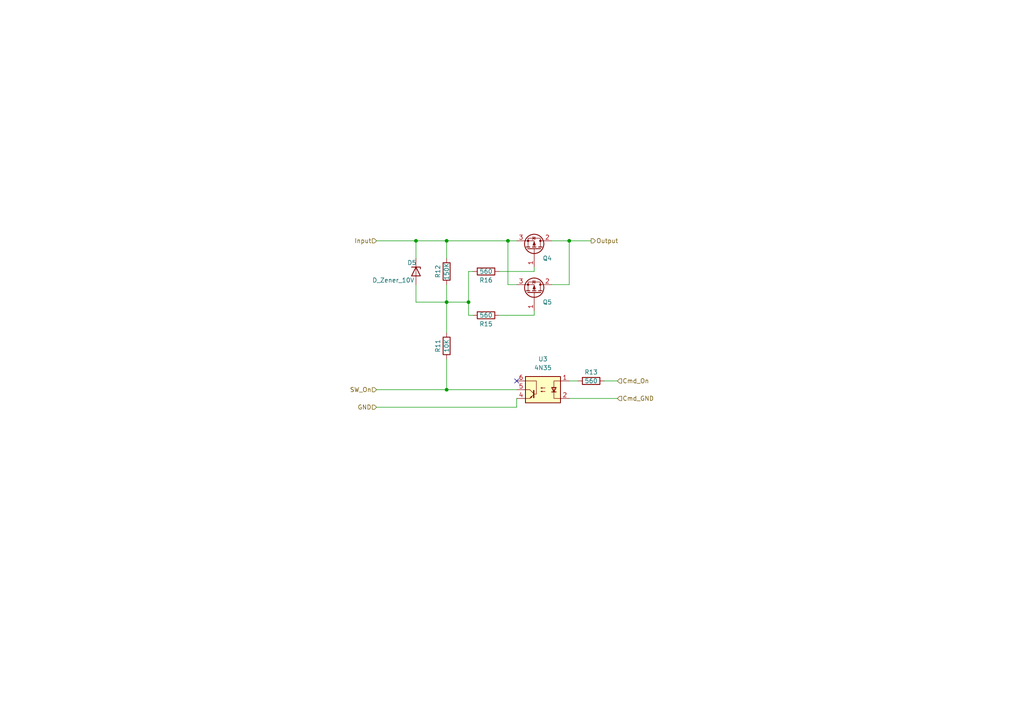
<source format=kicad_sch>
(kicad_sch (version 20211123) (generator eeschema)
  (paper "A4")
  (lib_symbols
    (symbol "Device:D_Zener" (pin_numbers hide) (pin_names (offset 1.016) hide)
      (property "Reference" "D" (at 0 2.54 0))
      (property "Value" "D_Zener" (at 0 -2.54 0))
      (symbol "D_Zener_0_1"
        (polyline (pts (xy 1.27 0) (xy -1.27 0)))
        (polyline (pts (xy -1.27 -1.27) (xy -1.27 1.27) (xy -0.762 1.27)) (stroke (width 0.254)))
        (polyline (pts (xy 1.27 -1.27) (xy 1.27 1.27) (xy -1.27 0) (xy 1.27 -1.27)) (stroke (width 0.254)))
      )
      (symbol "D_Zener_1_1"
        (pin passive line (at -3.81 0 0) (length 2.54) (name "K") (number "1"))
        (pin passive line (at 3.81 0 180) (length 2.54) (name "A") (number "2"))
      )
    )
    (symbol "Device:R" (pin_numbers hide) (pin_names (offset 0))
      (property "Reference" "R" (at 2.032 0 90))
      (property "Value" "R" (at 0 0 90))
      (symbol "R_0_1"
        (rectangle (start -1.016 -2.54) (end 1.016 2.54) (stroke (width 0.254)))
      )
      (symbol "R_1_1"
        (pin passive line (at 0 3.81 270) (length 1.27) (name "~") (number "1"))
        (pin passive line (at 0 -3.81 90) (length 1.27) (name "~") (number "2"))
      )
    )
    (symbol "Isolator:4N35" (pin_names (offset 1.016))
      (property "Reference" "U" (at -5.08 5.08 0))
      (property "Value" "4N35" (at 0 5.08 0))
      (symbol "4N35_0_1"
        (rectangle (start -5.08 3.81) (end 5.08 -3.81) (stroke (width 0.254)) (fill (type background)))
        (polyline (pts (xy -3.81 -0.635) (xy -2.54 -0.635)) (stroke (width 0.254)))
        (polyline (pts (xy 2.667 -1.397) (xy 3.81 -2.54)))
        (polyline (pts (xy 2.667 -1.143) (xy 3.81 0)))
        (polyline (pts (xy 3.81 -2.54) (xy 5.08 -2.54)))
        (polyline (pts (xy 3.81 0) (xy 5.08 0)))
        (polyline (pts (xy 2.667 -0.254) (xy 2.667 -2.286) (xy 2.667 -2.286)) (stroke (width 0.3556)))
        (polyline (pts (xy -5.08 -2.54) (xy -3.175 -2.54) (xy -3.175 2.54) (xy -5.08 2.54)))
        (polyline (pts (xy -3.175 -0.635) (xy -3.81 0.635) (xy -2.54 0.635) (xy -3.175 -0.635)) (stroke (width 0.254)))
        (polyline (pts (xy 3.683 -2.413) (xy 3.429 -1.905) (xy 3.175 -2.159) (xy 3.683 -2.413)))
        (polyline (pts (xy 5.08 2.54) (xy 1.905 2.54) (xy 1.905 -1.27) (xy 2.54 -1.27)))
        (polyline (pts (xy -0.635 -0.508) (xy 0.635 -0.508) (xy 0.254 -0.635) (xy 0.254 -0.381) (xy 0.635 -0.508)))
        (polyline (pts (xy -0.635 0.508) (xy 0.635 0.508) (xy 0.254 0.381) (xy 0.254 0.635) (xy 0.635 0.508)))
      )
      (symbol "4N35_1_1"
        (pin passive line (at -7.62 2.54 0) (length 2.54) (name "~") (number "1"))
        (pin passive line (at -7.62 -2.54 0) (length 2.54) (name "~") (number "2"))
        (pin no_connect line (at -5.08 0 0) (length 2.54) hide (name "NC") (number "3"))
        (pin passive line (at 7.62 -2.54 180) (length 2.54) (name "~") (number "4"))
        (pin passive line (at 7.62 0 180) (length 2.54) (name "~") (number "5"))
        (pin passive line (at 7.62 2.54 180) (length 2.54) (name "~") (number "6"))
      )
    )
    (symbol "Transistor_FET:FQP27P06" (pin_names hide)
      (property "Reference" "Q" (at 5.08 1.905 0))
      (property "Value" "FQP27P06" (at 5.08 0 0))
      (symbol "FQP27P06_0_1"
        (polyline (pts (xy 0.254 0) (xy -2.54 0)))
        (polyline (pts (xy 0.254 1.905) (xy 0.254 -1.905)) (stroke (width 0.254)))
        (polyline (pts (xy 0.762 -1.27) (xy 0.762 -2.286)) (stroke (width 0.254)))
        (polyline (pts (xy 0.762 0.508) (xy 0.762 -0.508)) (stroke (width 0.254)))
        (polyline (pts (xy 0.762 2.286) (xy 0.762 1.27)) (stroke (width 0.254)))
        (polyline (pts (xy 2.54 2.54) (xy 2.54 1.778)))
        (polyline (pts (xy 2.54 -2.54) (xy 2.54 0) (xy 0.762 0)))
        (polyline (pts (xy 0.762 1.778) (xy 3.302 1.778) (xy 3.302 -1.778) (xy 0.762 -1.778)))
        (polyline (pts (xy 2.286 0) (xy 1.27 0.381) (xy 1.27 -0.381) (xy 2.286 0)) (fill (type outline)))
        (polyline (pts (xy 2.794 -0.508) (xy 2.921 -0.381) (xy 3.683 -0.381) (xy 3.81 -0.254)))
        (polyline (pts (xy 3.302 -0.381) (xy 2.921 0.254) (xy 3.683 0.254) (xy 3.302 -0.381)))
        (circle (center 1.651 0) (radius 2.794) (stroke (width 0.254)))
        (circle (center 2.54 -1.778) (radius 0.254) (fill (type outline)))
        (circle (center 2.54 1.778) (radius 0.254) (fill (type outline)))
      )
      (symbol "FQP27P06_1_1"
        (pin input line (at -5.08 0 0) (length 2.54) (name "G") (number "1"))
        (pin passive line (at 2.54 5.08 270) (length 2.54) (name "D") (number "2"))
        (pin passive line (at 2.54 -5.08 90) (length 2.54) (name "S") (number "3"))
      )
    )
  )
  (junction (at 129.54 113.03))
  (junction (at 129.54 87.63))
  (junction (at 120.65 69.85))
  (junction (at 165.1 69.85))
  (junction (at 147.32 69.85))
  (junction (at 135.89 87.63))
  (junction (at 129.54 69.85))
  (no_connect (at 149.86 110.49))
  (wire (pts (xy 165.1 115.57) (xy 179.07 115.57)))
  (wire (pts (xy 175.26 110.49) (xy 179.07 110.49)))
  (wire (pts (xy 165.1 69.85) (xy 171.45 69.85)))
  (wire (pts (xy 129.54 69.85) (xy 147.32 69.85)))
  (wire (pts (xy 137.16 91.44) (xy 135.89 91.44)))
  (wire (pts (xy 120.65 74.93) (xy 120.65 69.85)))
  (wire (pts (xy 147.32 69.85) (xy 147.32 82.55)))
  (wire (pts (xy 135.89 78.74) (xy 135.89 87.63)))
  (wire (pts (xy 129.54 113.03) (xy 149.86 113.03)))
  (wire (pts (xy 129.54 87.63) (xy 135.89 87.63)))
  (wire (pts (xy 160.02 69.85) (xy 165.1 69.85)))
  (wire (pts (xy 109.22 113.03) (xy 129.54 113.03)))
  (wire (pts (xy 144.78 78.74) (xy 154.94 78.74)))
  (wire (pts (xy 120.65 87.63) (xy 129.54 87.63)))
  (wire (pts (xy 147.32 69.85) (xy 149.86 69.85)))
  (wire (pts (xy 149.86 118.11) (xy 109.22 118.11)))
  (wire (pts (xy 149.86 115.57) (xy 149.86 118.11)))
  (wire (pts (xy 120.65 69.85) (xy 129.54 69.85)))
  (wire (pts (xy 129.54 82.55) (xy 129.54 87.63)))
  (wire (pts (xy 120.65 87.63) (xy 120.65 82.55)))
  (wire (pts (xy 135.89 91.44) (xy 135.89 87.63)))
  (wire (pts (xy 129.54 69.85) (xy 129.54 74.93)))
  (wire (pts (xy 160.02 82.55) (xy 165.1 82.55)))
  (wire (pts (xy 154.94 78.74) (xy 154.94 77.47)))
  (wire (pts (xy 154.94 91.44) (xy 154.94 90.17)))
  (wire (pts (xy 147.32 82.55) (xy 149.86 82.55)))
  (wire (pts (xy 144.78 91.44) (xy 154.94 91.44)))
  (wire (pts (xy 129.54 87.63) (xy 129.54 96.52)))
  (wire (pts (xy 109.22 69.85) (xy 120.65 69.85)))
  (wire (pts (xy 137.16 78.74) (xy 135.89 78.74)))
  (wire (pts (xy 129.54 104.14) (xy 129.54 113.03)))
  (wire (pts (xy 165.1 110.49) (xy 167.64 110.49)))
  (wire (pts (xy 165.1 69.85) (xy 165.1 82.55)))
  (hierarchical_label "GND" (shape input) (at 109.22 118.11 180))
  (hierarchical_label "Output" (shape output) (at 171.45 69.85 0))
  (hierarchical_label "SW_On" (shape input) (at 109.22 113.03 180))
  (hierarchical_label "Input" (shape input) (at 109.22 69.85 180))
  (hierarchical_label "Cmd_GND" (shape input) (at 179.07 115.57 0))
  (hierarchical_label "Cmd_On" (shape input) (at 179.07 110.49 0))
  (symbol (lib_id "Device:R") (at 171.45 110.49 90) (unit 1)
    (property "Reference" "R13" (at 171.45 107.95 90))
    (property "Value" "560" (at 171.45 110.49 90))
    (property "Footprint" "Resistor_THT:R_Axial_DIN0207_L6.3mm_D2.5mm_P10.16mm_Horizontal" (effects hide))
  )
  (symbol (lib_id "Transistor_FET:FQP27P06") (at 154.94 85.09 270) (mirror x) (unit 1)
    (property "Reference" "Q5" (at 158.75 87.63 90))
    (property "Value" "IRFU5305PBF" (effects hide))
    (property "Footprint" "circuit:TO-251-3_Vertical" (effects hide))
    (property "Datasheet" "https://www.onsemi.com/pub/Collateral/FQP27P06-D.PDF" (effects hide))
  )
  (symbol (lib_id "Device:D_Zener") (at 120.65 78.74 270) (unit 1)
    (property "Reference" "D5" (at 118.11 76.2 90) (effects (justify left)))
    (property "Value" "D_Zener_10V" (at 107.95 81.28 90) (effects (justify left)))
    (property "Footprint" "Diode_THT:D_DO-35_SOD27_P7.62mm_Horizontal" (effects hide))
  )
  (symbol (lib_id "Device:R") (at 129.54 100.33 0) (mirror y) (unit 1)
    (property "Reference" "R11" (at 127 100.33 90))
    (property "Value" "10K" (at 129.54 100.33 90))
    (property "Footprint" "Resistor_THT:R_Axial_DIN0207_L6.3mm_D2.5mm_P10.16mm_Horizontal" (effects hide))
  )
  (symbol (lib_id "Isolator:4N35") (at 157.48 113.03 0) (mirror y) (unit 1)
    (property "Reference" "U3" (at 157.48 104.14 0))
    (property "Value" "4N35" (at 157.48 106.68 0))
    (property "Footprint" "Package_DIP:DIP-6_W7.62mm" (effects hide))
    (property "Datasheet" "https://www.vishay.com/docs/81181/4n35.pdf" (effects hide))
  )
  (symbol (lib_id "Device:R") (at 129.54 78.74 0) (mirror y) (unit 1)
    (property "Reference" "R12" (at 127 78.74 90))
    (property "Value" "150K" (at 129.54 78.74 90))
    (property "Footprint" "Resistor_THT:R_Axial_DIN0207_L6.3mm_D2.5mm_P10.16mm_Horizontal" (effects hide))
  )
  (symbol (lib_id "Transistor_FET:FQP27P06") (at 154.94 72.39 270) (mirror x) (unit 1)
    (property "Reference" "Q4" (at 158.75 74.93 90))
    (property "Value" "IRFU5305PBF" (effects hide))
    (property "Footprint" "circuit:TO-251-3_Vertical" (effects hide))
    (property "Datasheet" "https://www.onsemi.com/pub/Collateral/FQP27P06-D.PDF" (effects hide))
  )
  (symbol (lib_id "Device:R") (at 140.97 91.44 90) (mirror x) (unit 1)
    (property "Reference" "R15" (at 140.97 93.98 90))
    (property "Value" "560" (at 140.97 91.44 90))
    (property "Footprint" "Resistor_THT:R_Axial_DIN0207_L6.3mm_D2.5mm_P10.16mm_Horizontal" (effects hide))
  )
  (symbol (lib_id "Device:R") (at 140.97 78.74 90) (mirror x) (unit 1)
    (property "Reference" "R16" (at 140.97 81.28 90))
    (property "Value" "560" (at 140.97 78.74 90))
    (property "Footprint" "Resistor_THT:R_Axial_DIN0207_L6.3mm_D2.5mm_P10.16mm_Horizontal" (effects hide))
  )
)
</source>
